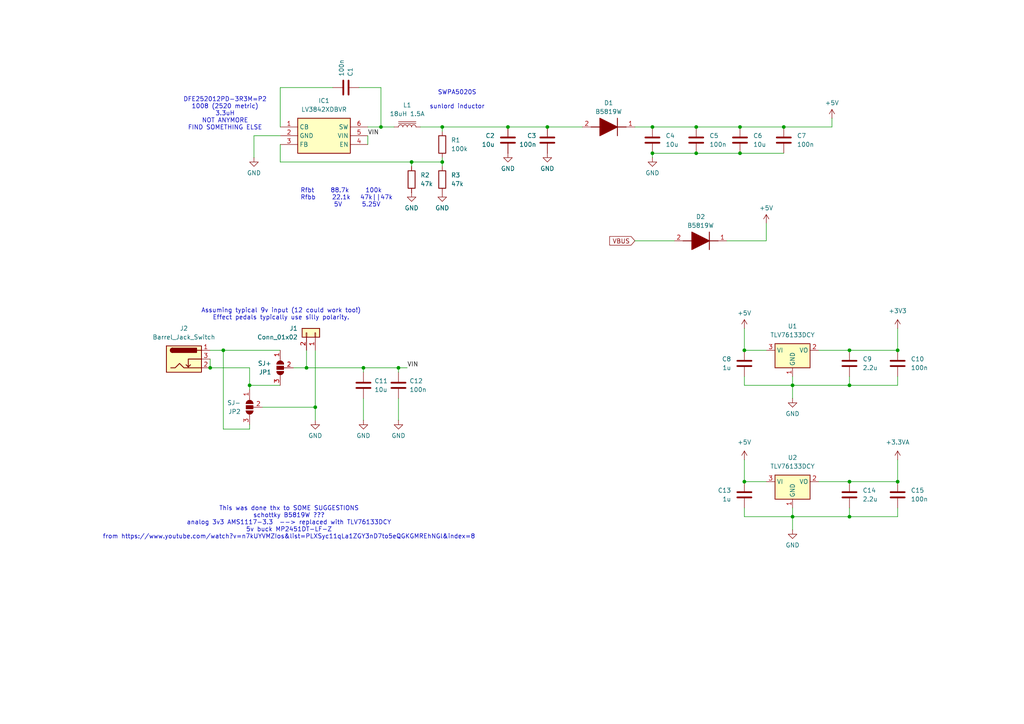
<source format=kicad_sch>
(kicad_sch (version 20250114) (generator "eeschema") (generator_version "9.0")
  (paper "A4")
  (lib_symbols
    (symbol "+3V3_1" (power) (pin_numbers (hide yes)) (pin_names (offset 0) (hide yes))
      (property "Value" "+3V3" (at 0 3.556 0))
      (symbol "+3V3_1_0_1"
        (polyline (pts (xy -0.762 1.27) (xy 0 2.54)))
        (polyline (pts (xy 0 2.54) (xy 0.762 1.27)))
        (polyline (pts (xy 0 0) (xy 0 2.54)))
      )
      (symbol "+3V3_1_1_1"
        (pin power_in line (at 0 0 90) (length 0) (name "~") (number "1"))
      )
    )
    (symbol "+5V_1" (power) (pin_numbers (hide yes)) (pin_names (offset 0) (hide yes))
      (property "Value" "+5V" (at 0 3.556 0))
      (symbol "+5V_1_0_1"
        (polyline (pts (xy -0.762 1.27) (xy 0 2.54)))
        (polyline (pts (xy 0 2.54) (xy 0.762 1.27)))
        (polyline (pts (xy 0 0) (xy 0 2.54)))
      )
      (symbol "+5V_1_1_1"
        (pin power_in line (at 0 0 90) (length 0) (name "~") (number "1"))
      )
    )
    (symbol "Connector:Barrel_Jack_Switch" (pin_names (hide yes))
      (property "Reference" "J" (at 0 5.334 0))
      (property "Value" "Barrel_Jack_Switch" (at 0 -5.08 0))
      (symbol "Barrel_Jack_Switch_0_1"
        (rectangle (start -5.08 3.81) (end 5.08 -3.81) (stroke (width 0.254)) (fill (type background)))
        (polyline (pts (xy -3.81 -2.54) (xy -2.54 -2.54) (xy -1.27 -1.27) (xy 0 -2.54) (xy 2.54 -2.54) (xy 5.08 -2.54)) (stroke (width 0.254)))
        (arc (start -3.302 1.905) (mid -3.9343 2.54) (end -3.302 3.175) (stroke (width 0.254)))
        (arc (start -3.302 1.905) (mid -3.9343 2.54) (end -3.302 3.175) (stroke (width 0.254)) (fill (type outline)))
        (polyline (pts (xy 1.27 -2.286) (xy 1.905 -1.651)) (stroke (width 0.254)))
        (rectangle (start 3.683 3.175) (end -3.302 1.905) (stroke (width 0.254)) (fill (type outline)))
        (polyline (pts (xy 5.08 2.54) (xy 3.81 2.54)) (stroke (width 0.254)))
        (polyline (pts (xy 5.08 0) (xy 1.27 0) (xy 1.27 -2.286) (xy 0.635 -1.651)) (stroke (width 0.254)))
      )
      (symbol "Barrel_Jack_Switch_1_1"
        (pin passive line (at 7.62 2.54 180) (length 2.54) (name "~") (number "1"))
        (pin passive line (at 7.62 0 180) (length 2.54) (name "~") (number "3"))
        (pin passive line (at 7.62 -2.54 180) (length 2.54) (name "~") (number "2"))
      )
    )
    (symbol "Connector_Generic:Conn_01x02" (pin_names (offset 1.016) (hide yes))
      (property "Reference" "J" (at 0 2.54 0))
      (property "Value" "Conn_01x02" (at 0 -5.08 0))
      (symbol "Conn_01x02_1_1"
        (rectangle (start -1.27 1.27) (end 1.27 -3.81) (stroke (width 0.254)) (fill (type background)))
        (rectangle (start -1.27 0.127) (end 0 -0.127) (stroke (width 0.1524)))
        (rectangle (start -1.27 -2.413) (end 0 -2.667) (stroke (width 0.1524)))
        (pin passive line (at -5.08 0 0) (length 3.81) (name "Pin_1") (number "1"))
        (pin passive line (at -5.08 -2.54 0) (length 3.81) (name "Pin_2") (number "2"))
      )
    )
    (symbol "Device:C" (pin_numbers (hide yes)) (pin_names (offset 0.254))
      (property "Reference" "C" (at 0.635 2.54 0))
      (property "Value" "C" (at 0.635 -2.54 0))
      (symbol "C_0_1"
        (polyline (pts (xy -2.032 0.762) (xy 2.032 0.762)) (stroke (width 0.508)))
        (polyline (pts (xy -2.032 -0.762) (xy 2.032 -0.762)) (stroke (width 0.508)))
      )
      (symbol "C_1_1"
        (pin passive line (at 0 3.81 270) (length 2.794) (name "~") (number "1"))
        (pin passive line (at 0 -3.81 90) (length 2.794) (name "~") (number "2"))
      )
    )
    (symbol "Device:L_Iron" (pin_numbers (hide yes)) (pin_names (offset 1.016) (hide yes))
      (property "Reference" "L" (at -1.27 0 90))
      (property "Value" "L_Iron" (at 2.794 0 90))
      (symbol "L_Iron_0_1"
        (arc (start 0 2.54) (mid 0.6323 1.905) (end 0 1.27))
        (arc (start 0 1.27) (mid 0.6323 0.635) (end 0 0))
        (arc (start 0 0) (mid 0.6323 -0.635) (end 0 -1.27))
        (arc (start 0 -1.27) (mid 0.6323 -1.905) (end 0 -2.54))
        (polyline (pts (xy 1.016 2.54) (xy 1.016 -2.54)))
        (polyline (pts (xy 1.524 -2.54) (xy 1.524 2.54)))
      )
      (symbol "L_Iron_1_1"
        (pin passive line (at 0 3.81 270) (length 1.27) (name "1") (number "1"))
        (pin passive line (at 0 -3.81 90) (length 1.27) (name "2") (number "2"))
      )
    )
    (symbol "Device:R" (pin_numbers (hide yes)) (pin_names (offset 0))
      (property "Reference" "R" (at 2.032 0 90))
      (property "Value" "R" (at 0 0 90))
      (symbol "R_0_1"
        (rectangle (start -1.016 -2.54) (end 1.016 2.54) (stroke (width 0.254)))
      )
      (symbol "R_1_1"
        (pin passive line (at 0 3.81 270) (length 1.27) (name "~") (number "1"))
        (pin passive line (at 0 -3.81 90) (length 1.27) (name "~") (number "2"))
      )
    )
    (symbol "GND_1" (power) (pin_numbers (hide yes)) (pin_names (offset 0) (hide yes))
      (property "Value" "GND" (at 0 -3.81 0))
      (symbol "GND_1_0_1"
        (polyline (pts (xy 0 0) (xy 0 -1.27) (xy 1.27 -1.27) (xy 0 -2.54) (xy -1.27 -1.27) (xy 0 -1.27)))
      )
      (symbol "GND_1_1_1"
        (pin power_in line (at 0 0 270) (length 0) (name "~") (number "1"))
      )
    )
    (symbol "Jumper:SolderJumper_3_Open" (pin_names (offset 0) (hide yes)) (in_bom no)
      (property "Reference" "JP" (at -2.54 -2.54 0))
      (property "Value" "SolderJumper_3_Open" (at 0 2.794 0))
      (symbol "SolderJumper_3_Open_0_1"
        (polyline (pts (xy -2.54 0) (xy -2.032 0)))
        (polyline (pts (xy -1.016 1.016) (xy -1.016 -1.016)))
        (arc (start -1.016 -1.016) (mid -2.0276 0) (end -1.016 1.016))
        (arc (start -1.016 -1.016) (mid -2.0276 0) (end -1.016 1.016) (fill (type outline)))
        (rectangle (start -0.508 1.016) (end 0.508 -1.016) (fill (type outline)))
        (polyline (pts (xy 0 -1.27) (xy 0 -1.016)))
        (arc (start 1.016 1.016) (mid 2.0276 0) (end 1.016 -1.016))
        (arc (start 1.016 1.016) (mid 2.0276 0) (end 1.016 -1.016) (fill (type outline)))
        (polyline (pts (xy 1.016 1.016) (xy 1.016 -1.016)))
        (polyline (pts (xy 2.54 0) (xy 2.032 0)))
      )
      (symbol "SolderJumper_3_Open_1_1"
        (pin passive line (at -5.08 0 0) (length 2.54) (name "A") (number "1"))
        (pin passive line (at 0 -3.81 90) (length 2.54) (name "C") (number "2"))
        (pin passive line (at 5.08 0 180) (length 2.54) (name "B") (number "3"))
      )
    )
    (symbol "Regulator_Linear:TLV76133DCY"
      (property "Reference" "U" (at -7.62 6.35 0))
      (property "Value" "TLV76133DCY" (at -1.27 6.35 0))
      (symbol "TLV76133DCY_0_1"
        (rectangle (start -5.08 -5.08) (end 5.08 1.905) (stroke (width 0.254)) (fill (type background)))
      )
      (symbol "TLV76133DCY_1_1"
        (pin power_in line (at -7.62 0 0) (length 2.54) (name "VI") (number "3"))
        (pin power_in line (at 0 -7.62 90) (length 2.54) (name "GND") (number "1"))
        (pin power_out line (at 7.62 0 180) (length 2.54) (name "VO") (number "2"))
      )
    )
    (symbol "library:B5819W" (pin_names (hide yes))
      (property "Reference" "D" (at 11.43 5.08 0))
      (property "Value" "B5819W" (at 11.43 2.54 0))
      (symbol "B5819W_1_1"
        (polyline (pts (xy 2.54 0) (xy 5.08 0)) (stroke (width 0.254)))
        (polyline (pts (xy 5.08 2.54) (xy 5.08 -2.54)) (stroke (width 0.254)))
        (polyline (pts (xy 5.08 0) (xy 10.16 2.54) (xy 10.16 -2.54) (xy 5.08 0)) (stroke (width 0.254)) (fill (type outline)))
        (polyline (pts (xy 10.16 0) (xy 12.7 0)) (stroke (width 0.254)))
        (pin passive line (at 0 0 0) (length 2.54) (name "K") (number "1"))
        (pin passive line (at 15.24 0 180) (length 2.54) (name "A") (number "2"))
      )
    )
    (symbol "library:LV3842XDBVR"
      (property "Reference" "IC" (at 21.59 7.62 0))
      (property "Value" "LV3842XDBVR" (at 21.59 5.08 0))
      (symbol "LV3842XDBVR_1_1"
        (rectangle (start 5.08 2.54) (end 20.32 -7.62) (stroke (width 0.254)) (fill (type background)))
        (pin passive line (at 0 0 0) (length 5.08) (name "CB") (number "1"))
        (pin passive line (at 0 -2.54 0) (length 5.08) (name "GND") (number "2"))
        (pin passive line (at 0 -5.08 0) (length 5.08) (name "FB") (number "3"))
        (pin passive line (at 25.4 0 180) (length 5.08) (name "SW") (number "6"))
        (pin passive line (at 25.4 -2.54 180) (length 5.08) (name "VIN") (number "5"))
        (pin passive line (at 25.4 -5.08 180) (length 5.08) (name "EN") (number "4"))
      )
    )
    (symbol "power:+3.3VA" (power) (pin_numbers (hide yes)) (pin_names (offset 0) (hide yes))
      (property "Value" "+3.3VA" (at 0 3.556 0))
      (symbol "+3.3VA_0_1"
        (polyline (pts (xy -0.762 1.27) (xy 0 2.54)))
        (polyline (pts (xy 0 2.54) (xy 0.762 1.27)))
        (polyline (pts (xy 0 0) (xy 0 2.54)))
      )
      (symbol "+3.3VA_1_1"
        (pin power_in line (at 0 0 90) (length 0) (name "~") (number "1"))
      )
    )
    (symbol "power:+5V" (power) (pin_numbers (hide yes)) (pin_names (offset 0) (hide yes))
      (property "Value" "+5V" (at 0 3.556 0))
      (symbol "+5V_0_1"
        (polyline (pts (xy -0.762 1.27) (xy 0 2.54)))
        (polyline (pts (xy 0 2.54) (xy 0.762 1.27)))
        (polyline (pts (xy 0 0) (xy 0 2.54)))
      )
      (symbol "+5V_1_1"
        (pin power_in line (at 0 0 90) (length 0) (name "~") (number "1"))
      )
    )
  )
  (text "Assuming typical 9v input (12 could work too!)\nEffect pedals typically use silly polarity." (at 81.534 91.186 0) (effects (font (size 1.27 1.27))))
  (text "This was done thx to SOME SUGGESTIONS\nschottky B5819W ???\nanalog 3v3 AMS1117-3.3  --> replaced with TLV76133DCY\n5v buck MP2451DT-LF-Z\nfrom https://www.youtube.com/watch?v=n7kUYVMZIos&list=PLXSyc11qLa1ZGY3nD7to5eQGKGMREhNGl&index=8" (at 83.82 151.638 0) (effects (font (size 1.27 1.27))))
  (text "SWPA5020S\n\nsunlord inductor" (at 132.588 28.956 0) (effects (font (size 1.27 1.27))))
  (text "Rfbt     88.7k     100k\nRfbb     22.1k   47k||47k\n          5V      5.25V" (at 87.122 57.404 0) (effects (font (size 1.27 1.27)) (justify left)))
  (text "DFE252012PD-3R3M=P2\n1008 (2520 metric)\n3.3uH\nNOT ANYMORE\nFIND SOMETHING ELSE" (at 65.278 33.02 0) (effects (font (size 1.27 1.27))))
  (junction (at 227.33 36.83))
  (junction (at 115.57 106.68))
  (junction (at 215.9 101.6))
  (junction (at 260.35 101.6))
  (junction (at 246.38 139.7))
  (junction (at 246.38 149.86))
  (junction (at 158.75 36.83))
  (junction (at 201.93 36.83))
  (junction (at 246.38 101.6))
  (junction (at 110.49 36.83))
  (junction (at 128.27 36.83))
  (junction (at 201.93 44.45))
  (junction (at 105.41 106.68))
  (junction (at 64.77 101.6))
  (junction (at 60.96 106.68))
  (junction (at 91.44 118.11))
  (junction (at 246.38 111.76))
  (junction (at 214.63 36.83))
  (junction (at 214.63 44.45))
  (junction (at 260.35 139.7))
  (junction (at 119.38 46.99))
  (junction (at 229.87 111.76))
  (junction (at 128.27 46.99))
  (junction (at 189.23 36.83))
  (junction (at 189.23 44.45))
  (junction (at 72.39 111.76))
  (junction (at 215.9 139.7))
  (junction (at 229.87 149.86))
  (junction (at 147.32 36.83))
  (junction (at 88.9 106.68))
  (wire (pts (xy 229.87 115.57) (xy 229.87 111.76)))
  (wire (pts (xy 189.23 44.45) (xy 189.23 45.72)))
  (wire (pts (xy 222.25 64.77) (xy 222.25 69.85)))
  (wire (pts (xy 91.44 101.6) (xy 91.44 118.11)))
  (wire (pts (xy 215.9 149.86) (xy 229.87 149.86)))
  (wire (pts (xy 215.9 139.7) (xy 222.25 139.7)))
  (wire (pts (xy 184.15 36.83) (xy 189.23 36.83)))
  (wire (pts (xy 237.49 139.7) (xy 246.38 139.7)))
  (wire (pts (xy 73.66 39.37) (xy 73.66 45.72)))
  (wire (pts (xy 119.38 46.99) (xy 128.27 46.99)))
  (wire (pts (xy 72.39 111.76) (xy 72.39 106.68)))
  (wire (pts (xy 81.28 111.76) (xy 72.39 111.76)))
  (wire (pts (xy 128.27 38.1) (xy 128.27 36.83)))
  (wire (pts (xy 119.38 46.99) (xy 119.38 48.26)))
  (wire (pts (xy 81.28 46.99) (xy 81.28 41.91)))
  (wire (pts (xy 72.39 124.46) (xy 64.77 124.46)))
  (wire (pts (xy 215.9 133.35) (xy 215.9 139.7)))
  (wire (pts (xy 105.41 115.57) (xy 105.41 121.92)))
  (wire (pts (xy 158.75 36.83) (xy 168.91 36.83)))
  (wire (pts (xy 260.35 101.6) (xy 246.38 101.6)))
  (wire (pts (xy 246.38 149.86) (xy 246.38 147.32)))
  (wire (pts (xy 260.35 149.86) (xy 246.38 149.86)))
  (wire (pts (xy 210.82 69.85) (xy 222.25 69.85)))
  (wire (pts (xy 81.28 25.4) (xy 96.52 25.4)))
  (wire (pts (xy 260.35 95.25) (xy 260.35 101.6)))
  (wire (pts (xy 260.35 111.76) (xy 246.38 111.76)))
  (wire (pts (xy 60.96 101.6) (xy 64.77 101.6)))
  (wire (pts (xy 121.92 36.83) (xy 128.27 36.83)))
  (wire (pts (xy 214.63 44.45) (xy 227.33 44.45)))
  (wire (pts (xy 81.28 36.83) (xy 81.28 25.4)))
  (wire (pts (xy 105.41 106.68) (xy 115.57 106.68)))
  (wire (pts (xy 215.9 147.32) (xy 215.9 149.86)))
  (wire (pts (xy 260.35 133.35) (xy 260.35 139.7)))
  (wire (pts (xy 184.15 69.85) (xy 195.58 69.85)))
  (wire (pts (xy 215.9 101.6) (xy 222.25 101.6)))
  (wire (pts (xy 260.35 139.7) (xy 246.38 139.7)))
  (wire (pts (xy 91.44 118.11) (xy 91.44 121.92)))
  (wire (pts (xy 260.35 109.22) (xy 260.35 111.76)))
  (wire (pts (xy 147.32 36.83) (xy 158.75 36.83)))
  (wire (pts (xy 229.87 153.67) (xy 229.87 149.86)))
  (wire (pts (xy 115.57 115.57) (xy 115.57 121.92)))
  (wire (pts (xy 189.23 44.45) (xy 201.93 44.45)))
  (wire (pts (xy 260.35 147.32) (xy 260.35 149.86)))
  (wire (pts (xy 229.87 149.86) (xy 229.87 147.32)))
  (wire (pts (xy 110.49 36.83) (xy 106.68 36.83)))
  (wire (pts (xy 229.87 111.76) (xy 229.87 109.22)))
  (wire (pts (xy 60.96 104.14) (xy 60.96 106.68)))
  (wire (pts (xy 246.38 111.76) (xy 246.38 109.22)))
  (wire (pts (xy 237.49 101.6) (xy 246.38 101.6)))
  (wire (pts (xy 72.39 106.68) (xy 60.96 106.68)))
  (wire (pts (xy 104.14 25.4) (xy 110.49 25.4)))
  (wire (pts (xy 215.9 111.76) (xy 229.87 111.76)))
  (wire (pts (xy 76.2 118.11) (xy 91.44 118.11)))
  (wire (pts (xy 201.93 44.45) (xy 214.63 44.45)))
  (wire (pts (xy 64.77 101.6) (xy 64.77 124.46)))
  (wire (pts (xy 72.39 124.46) (xy 72.39 123.19)))
  (wire (pts (xy 201.93 36.83) (xy 214.63 36.83)))
  (wire (pts (xy 227.33 36.83) (xy 241.3 36.83)))
  (wire (pts (xy 215.9 109.22) (xy 215.9 111.76)))
  (wire (pts (xy 110.49 36.83) (xy 114.3 36.83)))
  (wire (pts (xy 214.63 36.83) (xy 227.33 36.83)))
  (wire (pts (xy 110.49 25.4) (xy 110.49 36.83)))
  (wire (pts (xy 72.39 111.76) (xy 72.39 113.03)))
  (wire (pts (xy 115.57 106.68) (xy 118.11 106.68)))
  (wire (pts (xy 88.9 106.68) (xy 105.41 106.68)))
  (wire (pts (xy 189.23 36.83) (xy 201.93 36.83)))
  (wire (pts (xy 115.57 107.95) (xy 115.57 106.68)))
  (wire (pts (xy 81.28 39.37) (xy 73.66 39.37)))
  (wire (pts (xy 106.68 39.37) (xy 106.68 41.91)))
  (wire (pts (xy 229.87 149.86) (xy 246.38 149.86)))
  (wire (pts (xy 105.41 107.95) (xy 105.41 106.68)))
  (wire (pts (xy 128.27 36.83) (xy 147.32 36.83)))
  (wire (pts (xy 128.27 46.99) (xy 128.27 45.72)))
  (wire (pts (xy 241.3 34.29) (xy 241.3 36.83)))
  (wire (pts (xy 81.28 46.99) (xy 119.38 46.99)))
  (wire (pts (xy 128.27 48.26) (xy 128.27 46.99)))
  (wire (pts (xy 64.77 101.6) (xy 81.28 101.6)))
  (wire (pts (xy 229.87 111.76) (xy 246.38 111.76)))
  (wire (pts (xy 215.9 95.25) (xy 215.9 101.6)))
  (wire (pts (xy 85.09 106.68) (xy 88.9 106.68)))
  (wire (pts (xy 88.9 101.6) (xy 88.9 106.68)))
  (label "VIN" (at 106.68 39.37 0))
  (label "VIN" (at 118.11 106.68 0))
  (global_label "VBUS" (shape input) (at 184.15 69.85 180) (property "Intersheetrefs" "${INTERSHEET_REFS}" (effects (hide yes))))
  (symbol (lib_id "Device:C") (at 260.35 105.41 0) (unit 1)
    (property "Reference" "C10" (at 264.16 104.14 0) (effects (justify left)))
    (property "Value" "100n" (at 264.16 106.68 0) (effects (justify left)))
    (property "Footprint" "Capacitor_SMD:C_0603_1608Metric_Pad1.08x0.95mm_HandSolder" (effects (hide yes)))
  )
  (symbol (lib_name "GND_1") (lib_id "power:GND") (at 229.87 115.57 0) (unit 1)
    (property "Reference" "#PWR017" (effects (hide yes)))
    (property "Value" "GND" (at 229.87 120.015 0))
    (property "Description" "Power symbol creates a global label with name \"GND\" , ground" (effects (hide yes)))
  )
  (symbol (lib_id "Device:C") (at 215.9 105.41 0) (mirror x) (unit 1)
    (property "Reference" "C8" (at 212.09 104.14 0) (effects (justify right)))
    (property "Value" "1u" (at 212.09 106.68 0) (effects (justify right)))
    (property "Footprint" "Capacitor_SMD:C_0603_1608Metric_Pad1.08x0.95mm_HandSolder" (effects (hide yes)))
  )
  (symbol (lib_id "library:B5819W") (at 184.15 36.83 180) (unit 1)
    (property "Reference" "D1" (at 176.53 29.845 0))
    (property "Value" "B5819W" (at 176.53 32.385 0))
    (property "Footprint" "library:SOD3716X125N" (effects (hide yes)))
    (property "Datasheet" "https://datasheet.lcsc.com/szlcsc/Changjiang-Electronics-Tech-CJ-B5819W_C8598.pdf" (effects (hide yes)))
    (property "Description" "40V 1A 600mV @ 1A SOD-123 Schottky Barrier Diodes (SBD)" (effects (hide yes)))
    (property "Height" "1.25" (effects (hide yes)))
    (property "Manufacturer_Name" "Changjiang Electronics Tech (CJ)" (effects (hide yes)))
    (property "Manufacturer_Part_Number" "B5819W" (effects (hide yes)))
  )
  (symbol (lib_id "Device:C") (at 189.23 40.64 0) (unit 1)
    (property "Reference" "C4" (at 193.04 39.37 0) (effects (justify left)))
    (property "Value" "10u" (at 193.04 41.91 0) (effects (justify left)))
    (property "Footprint" "Capacitor_SMD:C_0805_2012Metric_Pad1.18x1.45mm_HandSolder" (effects (hide yes)))
  )
  (symbol (lib_id "power:+5V") (at 215.9 133.35 0) (unit 1)
    (property "Reference" "#PWR021" (effects (hide yes)))
    (property "Value" "+5V" (at 215.9 128.27 0))
    (property "Description" "Power symbol creates a global label with name \"+5V\"" (effects (hide yes)))
  )
  (symbol (lib_id "Device:C") (at 105.41 111.76 0) (unit 1)
    (property "Reference" "C11" (at 108.585 110.49 0) (effects (justify left)))
    (property "Value" "10u" (at 108.585 113.03 0) (effects (justify left)))
    (property "Footprint" "Capacitor_SMD:C_0805_2012Metric_Pad1.18x1.45mm_HandSolder" (effects (hide yes)))
  )
  (symbol (lib_id "Device:C") (at 214.63 40.64 0) (unit 1)
    (property "Reference" "C6" (at 218.44 39.37 0) (effects (justify left)))
    (property "Value" "10u" (at 218.44 41.91 0) (effects (justify left)))
    (property "Footprint" "Capacitor_SMD:C_0805_2012Metric_Pad1.18x1.45mm_HandSolder" (effects (hide yes)))
  )
  (symbol (lib_id "Jumper:SolderJumper_3_Open") (at 81.28 106.68 90) (mirror x) (unit 1) (in_bom no)
    (property "Reference" "JP1" (at 78.74 107.9501 90) (effects (justify left)))
    (property "Value" "SJ+" (at 78.74 105.4101 90) (effects (justify left)))
    (property "Footprint" "Jumper:SolderJumper-3_P1.3mm_Open_Pad1.0x1.5mm" (effects (hide yes)))
    (property "Description" "Solder Jumper, 3-pole, open" (effects (hide yes)))
  )
  (symbol (lib_name "GND_1") (lib_id "power:GND") (at 115.57 121.92 0) (unit 1)
    (property "Reference" "#PWR020" (effects (hide yes)))
    (property "Value" "GND" (at 115.57 126.365 0))
    (property "Description" "Power symbol creates a global label with name \"GND\" , ground" (effects (hide yes)))
  )
  (symbol (lib_id "library:B5819W") (at 210.82 69.85 180) (unit 1)
    (property "Reference" "D2" (at 203.2 62.865 0))
    (property "Value" "B5819W" (at 203.2 65.405 0))
    (property "Footprint" "library:SOD3716X125N" (effects (hide yes)))
    (property "Datasheet" "https://datasheet.lcsc.com/szlcsc/Changjiang-Electronics-Tech-CJ-B5819W_C8598.pdf" (effects (hide yes)))
    (property "Description" "40V 1A 600mV @ 1A SOD-123 Schottky Barrier Diodes (SBD)" (effects (hide yes)))
    (property "Height" "1.25" (effects (hide yes)))
    (property "Manufacturer_Name" "Changjiang Electronics Tech (CJ)" (effects (hide yes)))
    (property "Manufacturer_Part_Number" "B5819W" (effects (hide yes)))
  )
  (symbol (lib_id "Jumper:SolderJumper_3_Open") (at 72.39 118.11 90) (mirror x) (unit 1) (in_bom no)
    (property "Reference" "JP2" (at 69.85 119.3801 90) (effects (justify left)))
    (property "Value" "SJ-" (at 69.85 116.8401 90) (effects (justify left)))
    (property "Footprint" "Jumper:SolderJumper-3_P1.3mm_Open_Pad1.0x1.5mm" (effects (hide yes)))
    (property "Description" "Solder Jumper, 3-pole, open" (effects (hide yes)))
  )
  (symbol (lib_id "Device:C") (at 227.33 40.64 0) (unit 1)
    (property "Reference" "C7" (at 231.14 39.37 0) (effects (justify left)))
    (property "Value" "100n" (at 231.14 41.91 0) (effects (justify left)))
    (property "Footprint" "Capacitor_SMD:C_0603_1608Metric_Pad1.08x0.95mm_HandSolder" (effects (hide yes)))
  )
  (symbol (lib_id "Device:C") (at 215.9 143.51 0) (mirror x) (unit 1)
    (property "Reference" "C13" (at 212.09 142.24 0) (effects (justify right)))
    (property "Value" "1u" (at 212.09 144.78 0) (effects (justify right)))
    (property "Footprint" "Capacitor_SMD:C_0603_1608Metric_Pad1.08x0.95mm_HandSolder" (effects (hide yes)))
  )
  (symbol (lib_name "GND_1") (lib_id "power:GND") (at 229.87 153.67 0) (unit 1)
    (property "Reference" "#PWR023" (effects (hide yes)))
    (property "Value" "GND" (at 229.87 158.115 0))
    (property "Description" "Power symbol creates a global label with name \"GND\" , ground" (effects (hide yes)))
  )
  (symbol (lib_id "Device:R") (at 128.27 52.07 0) (unit 1)
    (property "Reference" "R3" (at 130.81 50.7999 0) (effects (justify left)))
    (property "Value" "47k" (at 130.81 53.3399 0) (effects (justify left)))
    (property "Footprint" "Resistor_SMD:R_0603_1608Metric_Pad0.98x0.95mm_HandSolder" (effects (hide yes)))
    (property "Description" "Resistor" (effects (hide yes)))
  )
  (symbol (lib_name "+5V_1") (lib_id "power:+5V") (at 215.9 95.25 0) (unit 1)
    (property "Reference" "#PWR015" (effects (hide yes)))
    (property "Value" "+5V" (at 215.9 90.805 0))
    (property "Description" "Power symbol creates a global label with name \"+5V\"" (effects (hide yes)))
  )
  (symbol (lib_id "Device:C") (at 201.93 40.64 0) (unit 1)
    (property "Reference" "C5" (at 205.74 39.37 0) (effects (justify left)))
    (property "Value" "100n" (at 205.74 41.91 0) (effects (justify left)))
    (property "Footprint" "Capacitor_SMD:C_0603_1608Metric_Pad1.08x0.95mm_HandSolder" (effects (hide yes)))
  )
  (symbol (lib_name "GND_1") (lib_id "power:GND") (at 189.23 45.72 0) (unit 1)
    (property "Reference" "#PWR011" (effects (hide yes)))
    (property "Value" "GND" (at 189.23 50.165 0))
    (property "Description" "Power symbol creates a global label with name \"GND\" , ground" (effects (hide yes)))
  )
  (symbol (lib_name "+3V3_1") (lib_id "power:+3V3") (at 260.35 95.25 0) (unit 1)
    (property "Reference" "#PWR016" (effects (hide yes)))
    (property "Value" "+3V3" (at 260.35 90.17 0))
    (property "Description" "Power symbol creates a global label with name \"+3V3\"" (effects (hide yes)))
  )
  (symbol (lib_id "Device:C") (at 246.38 105.41 180) (unit 1)
    (property "Reference" "C9" (at 250.19 104.14 0) (effects (justify right)))
    (property "Value" "2.2u" (at 250.19 106.68 0) (effects (justify right)))
    (property "Footprint" "Capacitor_SMD:C_0603_1608Metric_Pad1.08x0.95mm_HandSolder" (effects (hide yes)))
  )
  (symbol (lib_name "GND_1") (lib_id "power:GND") (at 105.41 121.92 0) (unit 1)
    (property "Reference" "#PWR019" (effects (hide yes)))
    (property "Value" "GND" (at 105.41 126.365 0))
    (property "Description" "Power symbol creates a global label with name \"GND\" , ground" (effects (hide yes)))
  )
  (symbol (lib_id "Device:R") (at 119.38 52.07 0) (unit 1)
    (property "Reference" "R2" (at 121.92 50.7999 0) (effects (justify left)))
    (property "Value" "47k" (at 121.92 53.3399 0) (effects (justify left)))
    (property "Footprint" "Resistor_SMD:R_0603_1608Metric_Pad0.98x0.95mm_HandSolder" (effects (hide yes)))
    (property "Description" "Resistor" (effects (hide yes)))
  )
  (symbol (lib_name "GND_1") (lib_id "power:GND") (at 73.66 45.72 0) (unit 1)
    (property "Reference" "#PWR010" (effects (hide yes)))
    (property "Value" "GND" (at 73.66 50.165 0))
    (property "Description" "Power symbol creates a global label with name \"GND\" , ground" (effects (hide yes)))
  )
  (symbol (lib_name "+5V_1") (lib_id "power:+5V") (at 241.3 34.29 0) (unit 1)
    (property "Reference" "#PWR07" (effects (hide yes)))
    (property "Value" "+5V" (at 241.3 29.845 0))
    (property "Description" "Power symbol creates a global label with name \"+5V\"" (effects (hide yes)))
  )
  (symbol (lib_name "GND_1") (lib_id "power:GND") (at 128.27 55.88 0) (unit 1)
    (property "Reference" "#PWR013" (effects (hide yes)))
    (property "Value" "GND" (at 128.27 60.325 0))
    (property "Description" "Power symbol creates a global label with name \"GND\" , ground" (effects (hide yes)))
  )
  (symbol (lib_id "Device:C") (at 100.33 25.4 270) (mirror x) (unit 1)
    (property "Reference" "C1" (at 101.6 22.225 0) (effects (justify left)))
    (property "Value" "100n" (at 99.06 22.225 0) (effects (justify left)))
    (property "Footprint" "Capacitor_SMD:C_0603_1608Metric_Pad1.08x0.95mm_HandSolder" (effects (hide yes)))
  )
  (symbol (lib_name "GND_1") (lib_id "power:GND") (at 119.38 55.88 0) (unit 1)
    (property "Reference" "#PWR012" (effects (hide yes)))
    (property "Value" "GND" (at 119.38 60.325 0))
    (property "Description" "Power symbol creates a global label with name \"GND\" , ground" (effects (hide yes)))
  )
  (symbol (lib_id "Connector_Generic:Conn_01x02") (at 91.44 96.52 270) (mirror x) (unit 1) (in_bom no)
    (property "Reference" "J1" (at 86.36 95.2499 90) (effects (justify right)))
    (property "Value" "Conn_01x02" (at 86.36 97.7899 90) (effects (justify right)))
    (property "Footprint" "Connector_PinHeader_2.54mm:PinHeader_1x02_P2.54mm_Vertical" (effects (hide yes)))
    (property "Description" "Generic connector, single row, 01x02, script generated (kicad-library-utils/schlib/autogen/connector/)" (effects (hide yes)))
  )
  (symbol (lib_id "Device:R") (at 128.27 41.91 0) (unit 1)
    (property "Reference" "R1" (at 130.81 40.6399 0) (effects (justify left)))
    (property "Value" "100k" (at 130.81 43.1799 0) (effects (justify left)))
    (property "Footprint" "Resistor_SMD:R_0603_1608Metric_Pad0.98x0.95mm_HandSolder" (effects (hide yes)))
    (property "Description" "Resistor" (effects (hide yes)))
  )
  (symbol (lib_name "GND_1") (lib_id "power:GND") (at 147.32 44.45 0) (unit 1)
    (property "Reference" "#PWR08" (effects (hide yes)))
    (property "Value" "GND" (at 147.32 48.895 0))
    (property "Description" "Power symbol creates a global label with name \"GND\" , ground" (effects (hide yes)))
  )
  (symbol (lib_id "Device:C") (at 246.38 143.51 180) (unit 1)
    (property "Reference" "C14" (at 250.19 142.24 0) (effects (justify right)))
    (property "Value" "2.2u" (at 250.19 144.78 0) (effects (justify right)))
    (property "Footprint" "Capacitor_SMD:C_0603_1608Metric_Pad1.08x0.95mm_HandSolder" (effects (hide yes)))
  )
  (symbol (lib_id "Device:C") (at 147.32 40.64 0) (mirror y) (unit 1)
    (property "Reference" "C2" (at 143.51 39.37 0) (effects (justify left)))
    (property "Value" "10u" (at 143.51 41.91 0) (effects (justify left)))
    (property "Footprint" "Capacitor_SMD:C_0805_2012Metric_Pad1.18x1.45mm_HandSolder" (effects (hide yes)))
  )
  (symbol (lib_id "Device:C") (at 158.75 40.64 0) (mirror y) (unit 1)
    (property "Reference" "C3" (at 155.575 39.37 0) (effects (justify left)))
    (property "Value" "100n" (at 155.575 41.91 0) (effects (justify left)))
    (property "Footprint" "Capacitor_SMD:C_0603_1608Metric_Pad1.08x0.95mm_HandSolder" (effects (hide yes)))
  )
  (symbol (lib_id "Device:C") (at 260.35 143.51 0) (unit 1)
    (property "Reference" "C15" (at 264.16 142.24 0) (effects (justify left)))
    (property "Value" "100n" (at 264.16 144.78 0) (effects (justify left)))
    (property "Footprint" "Capacitor_SMD:C_0603_1608Metric_Pad1.08x0.95mm_HandSolder" (effects (hide yes)))
  )
  (symbol (lib_name "+5V_1") (lib_id "power:+5V") (at 222.25 64.77 0) (unit 1)
    (property "Reference" "#PWR014" (effects (hide yes)))
    (property "Value" "+5V" (at 222.25 60.325 0))
    (property "Description" "Power symbol creates a global label with name \"+5V\"" (effects (hide yes)))
  )
  (symbol (lib_id "Regulator_Linear:TLV76133DCY") (at 229.87 101.6 0) (unit 1)
    (property "Reference" "U1" (at 229.87 94.615 0))
    (property "Value" "TLV76133DCY" (at 229.87 97.155 0))
    (property "Footprint" "Package_TO_SOT_SMD:SOT-223-3_TabPin2" (effects (hide yes)))
    (property "Datasheet" "https://www.ti.com/lit/ds/symlink/tlv761.pdf" (effects (hide yes)))
    (property "Description" "3.3V, 1A, Low Noise, High-PSRR LDO Regulator, 2.5V...16V input, SOT-223" (effects (hide yes)))
  )
  (symbol (lib_id "Regulator_Linear:TLV76133DCY") (at 229.87 139.7 0) (unit 1)
    (property "Reference" "U2" (at 229.87 132.715 0))
    (property "Value" "TLV76133DCY" (at 229.87 135.255 0))
    (property "Footprint" "Package_TO_SOT_SMD:SOT-223-3_TabPin2" (effects (hide yes)))
    (property "Datasheet" "https://www.ti.com/lit/ds/symlink/tlv761.pdf" (effects (hide yes)))
    (property "Description" "3.3V, 1A, Low Noise, High-PSRR LDO Regulator, 2.5V...16V input, SOT-223" (effects (hide yes)))
  )
  (symbol (lib_name "GND_1") (lib_id "power:GND") (at 91.44 121.92 0) (unit 1)
    (property "Reference" "#PWR018" (effects (hide yes)))
    (property "Value" "GND" (at 91.44 126.365 0))
    (property "Description" "Power symbol creates a global label with name \"GND\" , ground" (effects (hide yes)))
  )
  (symbol (lib_id "power:+3.3VA") (at 260.35 133.35 0) (unit 1)
    (property "Reference" "#PWR022" (effects (hide yes)))
    (property "Value" "+3.3VA" (at 260.35 128.27 0))
    (property "Description" "Power symbol creates a global label with name \"+3.3VA\"" (effects (hide yes)))
  )
  (symbol (lib_id "library:LV3842XDBVR") (at 81.28 36.83 0) (unit 1)
    (property "Reference" "IC1" (at 93.98 29.21 0))
    (property "Value" "LV3842XDBVR" (at 93.98 31.75 0))
    (property "Footprint" "library:SOT95P280X145-6N" (effects (hide yes)))
    (property "Datasheet" "https://www.ti.com/lit/ds/symlink/lv3842.pdf?ts=1731937269651&ref_url=https%253A%252F%252Fnl.mouser.com%252F" (effects (hide yes)))
    (property "Description" "Switching Voltage Regulators 4-V to 36-V, 600-mA synchronous step-down converter 6-SOT-23 -40 to 125" (effects (hide yes)))
    (property "Height" "1.45" (effects (hide yes)))
    (property "Manufacturer_Name" "Texas Instruments" (effects (hide yes)))
    (property "Manufacturer_Part_Number" "LV3842XDBVR" (effects (hide yes)))
    (property "Mouser Part Number" "595-LV3842XDBVR" (effects (hide yes)))
    (property "Mouser Price/Stock" "https://www.mouser.co.uk/ProductDetail/Texas-Instruments/LV3842XDBVR?qs=GBLSl2AkirutD91KRgBRPQ%3D%3D" (effects (hide yes)))
  )
  (symbol (lib_id "Device:L_Iron") (at 118.11 36.83 90) (unit 1)
    (property "Reference" "L1" (at 118.11 30.48 90))
    (property "Value" "18uH 1.5A" (at 118.11 33.02 90))
    (property "Footprint" "library:SRR6040A180M" (effects (hide yes)))
    (property "Description" "Inductor with iron core" (effects (hide yes)))
  )
  (symbol (lib_name "GND_1") (lib_id "power:GND") (at 158.75 44.45 0) (unit 1)
    (property "Reference" "#PWR09" (effects (hide yes)))
    (property "Value" "GND" (at 158.75 48.895 0))
    (property "Description" "Power symbol creates a global label with name \"GND\" , ground" (effects (hide yes)))
  )
  (symbol (lib_id "Connector:Barrel_Jack_Switch") (at 53.34 104.14 0) (unit 1)
    (property "Reference" "J2" (at 53.34 95.25 0))
    (property "Value" "Barrel_Jack_Switch" (at 53.34 97.79 0))
    (property "Footprint" "library:694106301002_1" (effects (hide yes)))
    (property "Description" "DC Barrel Jack with an internal switch" (effects (hide yes)))
  )
  (symbol (lib_id "Device:C") (at 115.57 111.76 0) (unit 1)
    (property "Reference" "C12" (at 118.745 110.49 0) (effects (justify left)))
    (property "Value" "100n" (at 118.745 113.03 0) (effects (justify left)))
    (property "Footprint" "Capacitor_SMD:C_0603_1608Metric_Pad1.08x0.95mm_HandSolder" (effects (hide yes)))
  )
)
</source>
